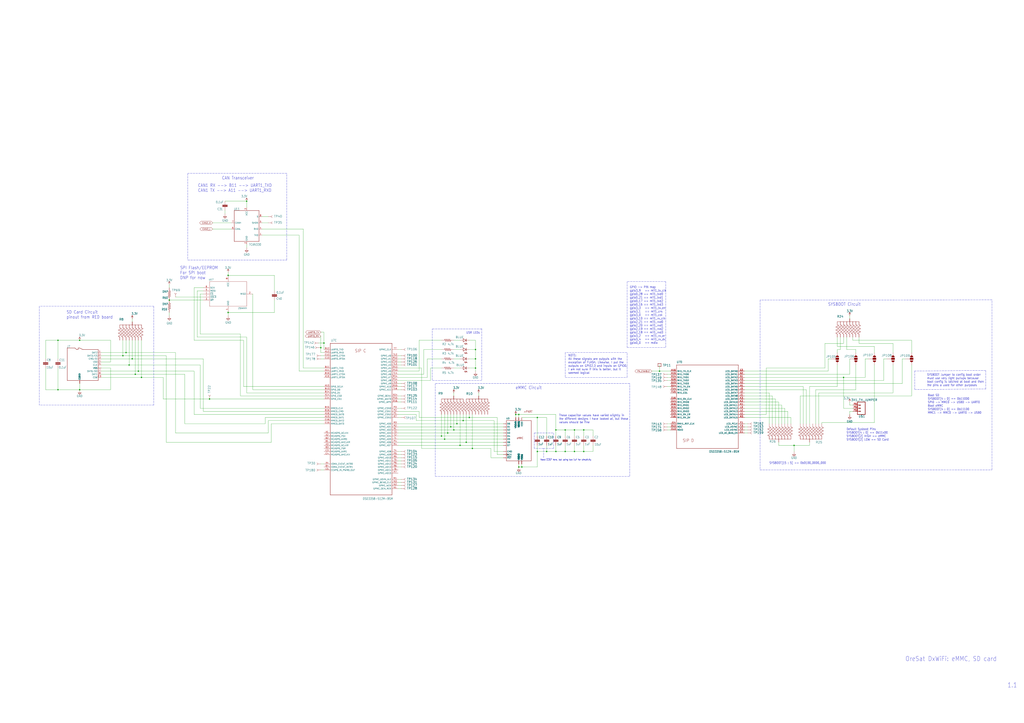
<source format=kicad_sch>
(kicad_sch (version 20210621) (generator eeschema)
  (paper "A1")
  (title_block (date "2021-11-14"))
  (junction (at 479.425 353.314))
  (junction (at 111.125 307.594))
  (junction (at 387.985 368.554))
  (junction (at 139.065 246.634))
  (junction (at 390.525 302.514))
  (junction (at 187.325 226.314))
  (junction (at 479.425 371.094))
  (junction (at 47.625 320.294))
  (junction (at 426.085 340.614))
  (junction (at 464.185 371.094))
  (junction (at 65.405 320.294))
  (junction (at 362.585 358.394))
  (junction (at 100.965 292.354))
  (junction (at 367.665 355.854))
  (junction (at 187.325 256.794))
  (junction (at 423.545 340.614))
  (junction (at 541.655 305.054))
  (junction (at 108.585 294.894))
  (junction (at 652.145 366.014))
  (junction (at 441.325 371.094))
  (junction (at 263.525 285.75))
  (junction (at 471.805 353.314))
  (junction (at 65.405 279.654))
  (junction (at 370.205 350.774))
  (junction (at 692.785 310.134))
  (junction (at 441.325 343.154))
  (junction (at 426.085 383.794))
  (junction (at 113.665 305.054))
  (junction (at 116.205 310.134))
  (junction (at 456.565 353.314))
  (junction (at 390.525 287.274))
  (junction (at 377.825 366.014))
  (junction (at 385.445 343.154))
  (junction (at 390.525 294.894))
  (junction (at 47.625 279.654))
  (junction (at 382.905 363.474))
  (junction (at 266.065 281.94))
  (junction (at 428.625 383.794))
  (junction (at 380.365 345.694))
  (junction (at 372.745 353.314))
  (junction (at 106.045 299.974))
  (junction (at 202.565 165.354))
  (junction (at 464.185 353.314))
  (junction (at 471.805 371.094))
  (junction (at 456.565 371.094))
  (junction (at 103.505 289.814))
  (junction (at 375.285 348.234))
  (junction (at 172.085 327.914))
  (junction (at 448.945 371.094))
  (junction (at 365.125 360.934))
  (wire (pts (xy 327.025 320.294) (xy 329.565 320.294)))
  (wire (pts (xy 385.445 302.514) (xy 390.525 302.514)))
  (wire (pts (xy 329.565 381.254) (xy 327.025 381.254)))
  (wire (pts (xy 167.005 294.894) (xy 167.005 338.074)))
  (wire (pts (xy 390.525 305.054) (xy 390.525 302.514)))
  (wire (pts (xy 611.505 332.994) (xy 641.985 332.994)))
  (wire (pts (xy 262.255 285.75) (xy 263.525 285.75)))
  (wire (pts (xy 631.825 348.234) (xy 631.825 322.834)))
  (wire (pts (xy 487.045 353.314) (xy 487.045 358.394)))
  (wire (pts (xy 639.445 348.234) (xy 639.445 330.454)))
  (wire (pts (xy 327.025 294.894) (xy 329.565 294.894)))
  (wire (pts (xy 202.565 170.434) (xy 202.565 165.354)))
  (wire (pts (xy 611.505 327.914) (xy 636.905 327.914)))
  (wire (pts (xy 669.925 320.294) (xy 669.925 348.234)))
  (wire (pts (xy 327.025 335.534) (xy 329.565 335.534)))
  (wire (pts (xy 351.028 294.894) (xy 362.585 294.894)))
  (wire (pts (xy 687.705 299.974) (xy 687.705 317.754)))
  (wire (pts (xy 664.845 366.014) (xy 664.845 363.474)))
  (wire (pts (xy 695.325 277.114) (xy 695.325 287.274)))
  (wire (pts (xy 700.405 335.534) (xy 692.785 335.534)))
  (wire (pts (xy 100.965 292.354) (xy 83.185 292.354)))
  (polyline (pts (xy 355.092 312.42) (xy 355.092 270.256)))
  (wire (pts (xy 329.565 292.354) (xy 327.025 292.354)))
  (wire (pts (xy 37.465 302.514) (xy 37.465 320.294)))
  (wire (pts (xy 680.085 294.894) (xy 680.085 305.054)))
  (wire (pts (xy 344.17 305.054) (xy 344.17 279.654)))
  (wire (pts (xy 344.17 338.074) (xy 344.17 343.154)))
  (wire (pts (xy 426.085 381.254) (xy 426.085 383.794)))
  (wire (pts (xy 341.884 345.694) (xy 380.365 345.694)))
  (wire (pts (xy 687.705 284.734) (xy 687.705 277.114)))
  (wire (pts (xy 159.385 305.054) (xy 159.385 340.614)))
  (polyline (pts (xy 809.625 304.546) (xy 751.205 304.8)))
  (wire (pts (xy 347.98 287.274) (xy 362.585 287.274)))
  (wire (pts (xy 611.505 305.054) (xy 680.085 305.054)))
  (wire (pts (xy 372.745 279.654) (xy 377.825 279.654)))
  (wire (pts (xy 733.425 322.834) (xy 672.465 322.834)))
  (wire (pts (xy 327.025 348.234) (xy 375.285 348.234)))
  (polyline (pts (xy 814.705 386.08) (xy 814.705 246.38)))
  (wire (pts (xy 164.465 299.974) (xy 164.465 335.534)))
  (wire (pts (xy 611.505 340.614) (xy 629.285 340.614)))
  (wire (pts (xy 327.025 343.154) (xy 329.565 343.154)))
  (wire (pts (xy 687.705 287.274) (xy 690.245 287.274)))
  (polyline (pts (xy 464.185 310.134) (xy 514.985 310.134)))
  (wire (pts (xy 697.865 294.894) (xy 697.865 307.594)))
  (wire (pts (xy 207.645 241.554) (xy 207.645 320.294)))
  (wire (pts (xy 748.665 289.814) (xy 748.665 279.654)))
  (polyline (pts (xy 514.985 310.134) (xy 514.985 289.814)))
  (wire (pts (xy 382.905 363.474) (xy 413.385 363.474)))
  (wire (pts (xy 548.005 317.754) (xy 550.545 317.754)))
  (wire (pts (xy 380.365 340.614) (xy 380.365 345.694)))
  (wire (pts (xy 728.345 294.894) (xy 725.805 294.894)))
  (wire (pts (xy 187.325 226.314) (xy 187.325 223.774)))
  (wire (pts (xy 139.065 256.794) (xy 139.065 259.334)))
  (wire (pts (xy 47.625 279.654) (xy 37.465 279.654)))
  (wire (pts (xy 611.505 348.234) (xy 614.045 348.234)))
  (wire (pts (xy 471.805 358.394) (xy 471.805 353.314)))
  (wire (pts (xy 697.865 259.334) (xy 697.865 261.874)))
  (wire (pts (xy 200.025 279.654) (xy 159.385 279.654)))
  (wire (pts (xy 639.445 363.474) (xy 639.445 366.014)))
  (wire (pts (xy 327.025 312.674) (xy 353.568 312.674)))
  (polyline (pts (xy 126.365 251.714) (xy 32.385 251.714)))
  (polyline (pts (xy 154.305 142.494) (xy 154.305 213.614)))
  (wire (pts (xy 375.285 348.234) (xy 413.385 348.234)))
  (polyline (pts (xy 814.705 246.38) (xy 624.205 246.634)))
  (polyline (pts (xy 446.405 376.174) (xy 446.405 368.554)))
  (wire (pts (xy 327.025 302.514) (xy 346.202 302.514)))
  (wire (pts (xy 692.785 310.134) (xy 710.565 310.134)))
  (wire (pts (xy 687.705 289.814) (xy 687.705 287.274)))
  (wire (pts (xy 390.525 302.514) (xy 390.525 294.894)))
  (wire (pts (xy 113.665 279.654) (xy 113.665 305.054)))
  (wire (pts (xy 372.745 340.614) (xy 372.745 353.314)))
  (wire (pts (xy 245.618 305.054) (xy 266.065 305.054)))
  (wire (pts (xy 718.185 284.734) (xy 718.185 289.814)))
  (wire (pts (xy 327.025 340.614) (xy 341.884 340.614)))
  (wire (pts (xy 83.185 297.434) (xy 90.805 297.434)))
  (wire (pts (xy 47.625 302.514) (xy 47.625 320.294)))
  (wire (pts (xy 266.065 317.754) (xy 200.025 317.754)))
  (wire (pts (xy 341.884 340.614) (xy 341.884 345.694)))
  (wire (pts (xy 327.025 299.974) (xy 329.565 299.974)))
  (wire (pts (xy 448.945 371.094) (xy 441.325 371.094)))
  (wire (pts (xy 413.385 373.634) (xy 408.305 373.634)))
  (wire (pts (xy 111.125 279.654) (xy 111.125 307.594)))
  (wire (pts (xy 108.585 279.654) (xy 108.585 294.894)))
  (wire (pts (xy 47.625 294.894) (xy 47.625 279.654)))
  (wire (pts (xy 652.145 371.094) (xy 652.145 366.014)))
  (wire (pts (xy 189.865 183.134) (xy 174.625 183.134)))
  (wire (pts (xy 372.745 287.274) (xy 377.825 287.274)))
  (wire (pts (xy 636.905 348.234) (xy 636.905 327.914)))
  (wire (pts (xy 202.565 322.834) (xy 202.565 277.114)))
  (polyline (pts (xy 126.365 251.714) (xy 126.365 332.994)))
  (wire (pts (xy 161.925 239.014) (xy 167.005 239.014)))
  (wire (pts (xy 393.065 322.834) (xy 393.065 325.374)))
  (wire (pts (xy 385.445 294.894) (xy 390.525 294.894)))
  (wire (pts (xy 362.585 340.614) (xy 362.585 358.394)))
  (wire (pts (xy 327.025 350.774) (xy 370.205 350.774)))
  (wire (pts (xy 133.985 310.134) (xy 133.985 327.914)))
  (wire (pts (xy 611.505 325.374) (xy 634.365 325.374)))
  (polyline (pts (xy 624.205 386.334) (xy 814.705 386.08)))
  (wire (pts (xy 487.045 366.014) (xy 487.045 371.094)))
  (wire (pts (xy 327.025 315.214) (xy 329.565 315.214)))
  (wire (pts (xy 161.925 277.114) (xy 161.925 239.014)))
  (wire (pts (xy 266.065 345.694) (xy 220.345 345.694)))
  (wire (pts (xy 611.505 335.534) (xy 644.525 335.534)))
  (wire (pts (xy 456.565 353.314) (xy 456.565 340.614)))
  (wire (pts (xy 327.025 393.954) (xy 329.565 393.954)))
  (wire (pts (xy 329.565 297.434) (xy 327.025 297.434)))
  (wire (pts (xy 266.065 343.154) (xy 217.805 343.154)))
  (wire (pts (xy 456.565 371.094) (xy 456.565 366.014)))
  (wire (pts (xy 413.385 366.014) (xy 377.825 366.014)))
  (wire (pts (xy 611.505 307.594) (xy 697.865 307.594)))
  (wire (pts (xy 220.345 345.694) (xy 220.345 355.854)))
  (wire (pts (xy 327.025 307.594) (xy 347.98 307.594)))
  (wire (pts (xy 90.805 279.654) (xy 65.405 279.654)))
  (wire (pts (xy 611.505 315.214) (xy 741.045 315.214)))
  (wire (pts (xy 197.485 325.374) (xy 266.065 325.374)))
  (wire (pts (xy 413.385 353.314) (xy 372.745 353.314)))
  (wire (pts (xy 108.585 294.894) (xy 167.005 294.894)))
  (wire (pts (xy 189.865 188.214) (xy 174.625 188.214)))
  (wire (pts (xy 471.805 371.094) (xy 471.805 366.014)))
  (wire (pts (xy 550.545 305.054) (xy 541.655 305.054)))
  (wire (pts (xy 367.665 340.614) (xy 367.665 355.854)))
  (wire (pts (xy 266.065 294.894) (xy 263.525 294.894)))
  (wire (pts (xy 327.025 287.274) (xy 329.565 287.274)))
  (wire (pts (xy 144.145 355.854) (xy 144.145 289.814)))
  (wire (pts (xy 215.265 183.134) (xy 220.345 183.134)))
  (wire (pts (xy 327.025 373.634) (xy 329.565 373.634)))
  (wire (pts (xy 167.005 241.554) (xy 164.465 241.554)))
  (wire (pts (xy 266.065 292.354) (xy 263.525 292.354)))
  (polyline (pts (xy 154.305 213.614) (xy 235.585 213.614)))
  (wire (pts (xy 327.025 310.134) (xy 351.028 310.134)))
  (polyline (pts (xy 514.985 231.394) (xy 514.985 285.496)))
  (wire (pts (xy 225.425 256.794) (xy 225.425 246.634)))
  (wire (pts (xy 37.465 279.654) (xy 37.465 294.894)))
  (polyline (pts (xy 395.732 270.002) (xy 395.732 312.166)))
  (polyline (pts (xy 454.66 355.854) (xy 454.66 368.554)))
  (wire (pts (xy 548.005 350.774) (xy 550.545 350.774)))
  (wire (pts (xy 327.025 355.854) (xy 367.665 355.854)))
  (wire (pts (xy 382.905 340.614) (xy 382.905 363.474)))
  (wire (pts (xy 327.025 330.454) (xy 329.565 330.454)))
  (wire (pts (xy 164.465 241.554) (xy 164.465 274.574)))
  (wire (pts (xy 133.985 327.914) (xy 172.085 327.914)))
  (wire (pts (xy 164.465 335.534) (xy 266.065 335.534)))
  (wire (pts (xy 387.985 368.554) (xy 403.225 368.554)))
  (wire (pts (xy 387.985 340.614) (xy 387.985 368.554)))
  (wire (pts (xy 263.525 273.05) (xy 266.065 273.05)))
  (wire (pts (xy 106.045 299.974) (xy 164.465 299.974)))
  (wire (pts (xy 456.565 371.094) (xy 448.945 371.094)))
  (wire (pts (xy 225.425 239.014) (xy 225.425 226.314)))
  (wire (pts (xy 471.805 353.314) (xy 479.425 353.314)))
  (wire (pts (xy 187.325 256.794) (xy 225.425 256.794)))
  (wire (pts (xy 448.945 366.014) (xy 448.945 371.094)))
  (wire (pts (xy 611.505 312.674) (xy 725.805 312.674)))
  (wire (pts (xy 172.085 327.914) (xy 266.065 327.914)))
  (wire (pts (xy 702.945 299.974) (xy 702.945 320.294)))
  (wire (pts (xy 697.865 332.994) (xy 697.865 330.454)))
  (wire (pts (xy 611.505 330.454) (xy 639.445 330.454)))
  (wire (pts (xy 377.825 366.014) (xy 327.025 366.014)))
  (wire (pts (xy 662.305 320.294) (xy 662.305 348.234)))
  (wire (pts (xy 37.465 320.294) (xy 47.625 320.294)))
  (wire (pts (xy 611.505 343.154) (xy 649.605 343.154)))
  (wire (pts (xy 266.065 348.234) (xy 222.885 348.234)))
  (polyline (pts (xy 357.505 391.414) (xy 517.144 391.414)))
  (wire (pts (xy 705.485 282.194) (xy 733.425 282.194)))
  (wire (pts (xy 385.445 340.614) (xy 385.445 343.154)))
  (wire (pts (xy 329.565 376.174) (xy 327.025 376.174)))
  (wire (pts (xy 351.028 310.134) (xy 351.028 294.894)))
  (wire (pts (xy 151.765 307.594) (xy 111.125 307.594)))
  (polyline (pts (xy 126.365 332.994) (xy 32.385 332.994)))
  (wire (pts (xy 548.005 310.134) (xy 550.545 310.134)))
  (wire (pts (xy 611.505 350.774) (xy 614.045 350.774)))
  (wire (pts (xy 327.025 383.794) (xy 329.565 383.794)))
  (wire (pts (xy 116.205 279.654) (xy 116.205 310.134)))
  (wire (pts (xy 697.865 338.074) (xy 700.405 338.074)))
  (wire (pts (xy 136.525 363.474) (xy 136.525 292.354)))
  (wire (pts (xy 139.065 236.474) (xy 139.065 233.934)))
  (polyline (pts (xy 514.985 285.496) (xy 546.735 285.496)))
  (wire (pts (xy 448.945 358.394) (xy 448.945 343.154)))
  (wire (pts (xy 441.325 383.794) (xy 428.625 383.794)))
  (wire (pts (xy 456.565 353.314) (xy 464.185 353.314)))
  (polyline (pts (xy 235.585 142.494) (xy 154.305 142.494)))
  (wire (pts (xy 90.805 297.434) (xy 90.805 279.654)))
  (wire (pts (xy 327.025 338.074) (xy 344.17 338.074)))
  (wire (pts (xy 611.505 317.754) (xy 659.765 317.754)))
  (wire (pts (xy 456.565 340.614) (xy 426.085 340.614)))
  (wire (pts (xy 611.505 353.314) (xy 614.045 353.314)))
  (wire (pts (xy 687.705 284.734) (xy 718.185 284.734)))
  (wire (pts (xy 428.625 381.254) (xy 428.625 383.794)))
  (wire (pts (xy 103.505 279.654) (xy 103.505 289.814)))
  (wire (pts (xy 713.105 294.894) (xy 710.565 294.894)))
  (wire (pts (xy 225.425 226.314) (xy 187.325 226.314)))
  (wire (pts (xy 748.665 299.974) (xy 748.665 325.374)))
  (wire (pts (xy 548.005 353.314) (xy 550.545 353.314)))
  (wire (pts (xy 405.765 371.094) (xy 405.765 345.694)))
  (wire (pts (xy 65.405 315.214) (xy 65.405 320.294)))
  (wire (pts (xy 692.785 335.534) (xy 692.785 310.134)))
  (polyline (pts (xy 438.785 355.854) (xy 454.66 355.854)))
  (wire (pts (xy 413.385 371.094) (xy 405.765 371.094)))
  (wire (pts (xy 200.025 317.754) (xy 200.025 279.654)))
  (wire (pts (xy 428.625 383.794) (xy 426.085 383.794)))
  (wire (pts (xy 672.465 322.834) (xy 672.465 348.234)))
  (wire (pts (xy 263.525 386.334) (xy 266.065 386.334)))
  (wire (pts (xy 677.545 302.514) (xy 677.545 282.194)))
  (wire (pts (xy 103.505 289.814) (xy 83.185 289.814)))
  (wire (pts (xy 266.065 281.94) (xy 266.065 287.274)))
  (wire (pts (xy 266.065 273.05) (xy 266.065 281.94)))
  (wire (pts (xy 215.265 178.054) (xy 220.345 178.054)))
  (wire (pts (xy 548.005 348.234) (xy 550.545 348.234)))
  (wire (pts (xy 83.185 299.974) (xy 106.045 299.974)))
  (wire (pts (xy 90.805 302.514) (xy 83.185 302.514)))
  (wire (pts (xy 634.365 348.234) (xy 634.365 325.374)))
  (wire (pts (xy 372.745 294.894) (xy 377.825 294.894)))
  (wire (pts (xy 385.445 343.154) (xy 408.305 343.154)))
  (wire (pts (xy 372.745 322.834) (xy 372.745 325.374)))
  (wire (pts (xy 741.045 294.894) (xy 741.045 315.214)))
  (wire (pts (xy 629.285 302.514) (xy 677.545 302.514)))
  (wire (pts (xy 464.185 353.314) (xy 471.805 353.314)))
  (wire (pts (xy 261.62 281.94) (xy 266.065 281.94)))
  (polyline (pts (xy 454.66 368.554) (xy 446.405 368.554)))
  (wire (pts (xy 217.805 343.154) (xy 217.805 348.234)))
  (wire (pts (xy 83.185 310.134) (xy 116.205 310.134)))
  (polyline (pts (xy 624.205 246.634) (xy 624.205 386.334)))
  (wire (pts (xy 263.525 285.75) (xy 263.525 289.814)))
  (wire (pts (xy 263.525 276.225) (xy 263.525 285.75)))
  (wire (pts (xy 479.425 371.094) (xy 479.425 366.014)))
  (polyline (pts (xy 546.735 285.496) (xy 546.735 231.394)))
  (wire (pts (xy 207.645 320.294) (xy 266.065 320.294)))
  (wire (pts (xy 464.185 371.094) (xy 456.565 371.094)))
  (wire (pts (xy 448.945 343.154) (xy 441.325 343.154)))
  (wire (pts (xy 327.025 401.574) (xy 329.565 401.574)))
  (wire (pts (xy 167.005 338.074) (xy 266.065 338.074)))
  (wire (pts (xy 100.965 279.654) (xy 100.965 292.354)))
  (wire (pts (xy 159.385 279.654) (xy 159.385 236.474)))
  (wire (pts (xy 408.305 343.154) (xy 408.305 373.634)))
  (wire (pts (xy 367.665 355.854) (xy 413.385 355.854)))
  (wire (pts (xy 390.525 294.894) (xy 390.525 287.274)))
  (wire (pts (xy 413.385 360.934) (xy 365.125 360.934)))
  (wire (pts (xy 327.025 396.494) (xy 329.565 396.494)))
  (wire (pts (xy 611.505 310.134) (xy 692.785 310.134)))
  (wire (pts (xy 690.245 287.274) (xy 690.245 277.114)))
  (wire (pts (xy 697.865 338.074) (xy 697.865 340.614)))
  (polyline (pts (xy 809.625 319.786) (xy 809.625 304.546)))
  (wire (pts (xy 245.618 193.294) (xy 245.618 305.054)))
  (wire (pts (xy 222.885 363.474) (xy 136.525 363.474)))
  (wire (pts (xy 464.185 371.094) (xy 464.185 366.014)))
  (wire (pts (xy 375.285 340.614) (xy 375.285 348.234)))
  (wire (pts (xy 65.405 279.654) (xy 47.625 279.654)))
  (wire (pts (xy 641.985 348.234) (xy 641.985 332.994)))
  (wire (pts (xy 222.885 348.234) (xy 222.885 363.474)))
  (wire (pts (xy 725.805 294.894) (xy 725.805 312.674)))
  (wire (pts (xy 347.98 307.594) (xy 347.98 287.274)))
  (wire (pts (xy 202.565 277.114) (xy 161.925 277.114)))
  (wire (pts (xy 403.225 376.174) (xy 403.225 368.554)))
  (wire (pts (xy 263.525 381.254) (xy 266.065 381.254)))
  (wire (pts (xy 266.065 322.834) (xy 202.565 322.834)))
  (polyline (pts (xy 446.405 368.554) (xy 438.785 368.554)))
  (wire (pts (xy 441.325 366.014) (xy 441.325 371.094)))
  (wire (pts (xy 441.325 371.094) (xy 441.325 383.794)))
  (wire (pts (xy 111.125 307.594) (xy 83.185 307.594)))
  (wire (pts (xy 748.665 325.374) (xy 657.225 325.374)))
  (wire (pts (xy 266.065 340.614) (xy 159.385 340.614)))
  (wire (pts (xy 116.205 310.134) (xy 133.985 310.134)))
  (wire (pts (xy 479.425 353.314) (xy 487.045 353.314)))
  (wire (pts (xy 692.785 282.194) (xy 692.785 277.114)))
  (wire (pts (xy 705.485 277.114) (xy 705.485 282.194)))
  (wire (pts (xy 249.174 302.514) (xy 266.065 302.514)))
  (wire (pts (xy 362.585 358.394) (xy 327.025 358.394)))
  (wire (pts (xy 380.365 345.694) (xy 405.765 345.694)))
  (wire (pts (xy 687.705 317.754) (xy 664.845 317.754)))
  (wire (pts (xy 652.145 366.014) (xy 664.845 366.014)))
  (wire (pts (xy 697.865 332.994) (xy 700.405 332.994)))
  (wire (pts (xy 657.225 325.374) (xy 657.225 348.234)))
  (wire (pts (xy 550.545 307.594) (xy 548.005 307.594)))
  (wire (pts (xy 479.425 371.094) (xy 471.805 371.094)))
  (wire (pts (xy 353.568 312.674) (xy 353.568 302.514)))
  (wire (pts (xy 718.185 299.974) (xy 718.185 347.345)))
  (wire (pts (xy 649.605 343.154) (xy 649.605 348.234)))
  (wire (pts (xy 479.425 358.394) (xy 479.425 353.314)))
  (wire (pts (xy 456.565 358.394) (xy 456.565 353.314)))
  (wire (pts (xy 659.765 317.754) (xy 659.765 348.234)))
  (wire (pts (xy 263.525 289.814) (xy 266.065 289.814)))
  (wire (pts (xy 327.025 305.054) (xy 344.17 305.054)))
  (polyline (pts (xy 514.985 289.814) (xy 464.185 289.814)))
  (wire (pts (xy 647.065 348.234) (xy 647.065 338.074)))
  (wire (pts (xy 370.205 350.774) (xy 413.385 350.774)))
  (wire (pts (xy 733.425 282.194) (xy 733.425 289.814)))
  (wire (pts (xy 748.665 279.654) (xy 700.405 279.654)))
  (polyline (pts (xy 355.092 270.256) (xy 395.732 270.256)))
  (wire (pts (xy 413.385 376.174) (xy 403.225 376.174)))
  (wire (pts (xy 377.825 340.614) (xy 377.825 366.014)))
  (wire (pts (xy 113.665 305.054) (xy 159.385 305.054)))
  (wire (pts (xy 639.445 366.014) (xy 652.145 366.014)))
  (wire (pts (xy 108.585 261.874) (xy 108.585 264.414)))
  (wire (pts (xy 184.785 172.974) (xy 184.785 175.514)))
  (wire (pts (xy 167.005 246.634) (xy 139.065 246.634)))
  (wire (pts (xy 541.655 305.054) (xy 535.305 305.054)))
  (wire (pts (xy 327.025 317.754) (xy 329.565 317.754)))
  (polyline (pts (xy 235.585 213.614) (xy 235.585 142.494)))
  (wire (pts (xy 151.765 348.234) (xy 151.765 307.594)))
  (wire (pts (xy 217.805 348.234) (xy 151.765 348.234)))
  (wire (pts (xy 365.125 360.934) (xy 327.025 360.934)))
  (polyline (pts (xy 438.785 368.554) (xy 438.785 355.854)))
  (wire (pts (xy 413.385 358.394) (xy 362.585 358.394)))
  (wire (pts (xy 327.025 399.034) (xy 329.565 399.034)))
  (wire (pts (xy 106.045 279.654) (xy 106.045 299.974)))
  (polyline (pts (xy 517.144 391.414) (xy 517.144 315.214)))
  (wire (pts (xy 710.565 294.894) (xy 710.565 310.134)))
  (wire (pts (xy 144.145 289.814) (xy 103.505 289.814)))
  (wire (pts (xy 197.485 274.574) (xy 197.485 325.374)))
  (wire (pts (xy 184.785 165.354) (xy 202.565 165.354)))
  (wire (pts (xy 90.805 320.294) (xy 90.805 302.514)))
  (wire (pts (xy 677.545 282.194) (xy 692.785 282.194)))
  (wire (pts (xy 344.17 279.654) (xy 362.585 279.654)))
  (wire (pts (xy 675.005 347.345) (xy 675.005 348.234)))
  (wire (pts (xy 611.505 320.294) (xy 662.305 320.294)))
  (wire (pts (xy 718.185 347.345) (xy 675.005 347.345)))
  (wire (pts (xy 611.505 355.854) (xy 614.045 355.854)))
  (wire (pts (xy 327.025 327.914) (xy 329.565 327.914)))
  (wire (pts (xy 487.045 371.094) (xy 479.425 371.094)))
  (wire (pts (xy 187.325 259.334) (xy 187.325 256.794)))
  (polyline (pts (xy 751.205 320.04) (xy 809.625 319.786)))
  (wire (pts (xy 164.465 274.574) (xy 197.485 274.574)))
  (wire (pts (xy 423.545 340.614) (xy 423.545 343.154)))
  (wire (pts (xy 464.185 358.394) (xy 464.185 353.314)))
  (polyline (pts (xy 464.185 289.814) (xy 464.185 310.134)))
  (wire (pts (xy 629.285 340.614) (xy 629.285 302.514)))
  (wire (pts (xy 426.085 343.154) (xy 426.085 340.614)))
  (wire (pts (xy 372.745 353.314) (xy 327.025 353.314)))
  (polyline (pts (xy 32.385 251.714) (xy 32.385 332.994)))
  (wire (pts (xy 471.805 371.094) (xy 464.185 371.094)))
  (wire (pts (xy 428.625 343.154) (xy 441.325 343.154)))
  (wire (pts (xy 541.655 299.974) (xy 541.655 305.054)))
  (wire (pts (xy 83.185 305.054) (xy 113.665 305.054)))
  (wire (pts (xy 327.025 378.714) (xy 329.565 378.714)))
  (wire (pts (xy 159.385 236.474) (xy 167.005 236.474)))
  (wire (pts (xy 702.945 287.274) (xy 695.325 287.274)))
  (wire (pts (xy 441.325 343.154) (xy 441.325 358.394)))
  (polyline (pts (xy 546.735 231.394) (xy 514.985 231.394)))
  (wire (pts (xy 390.525 287.274) (xy 390.525 279.654)))
  (wire (pts (xy 215.265 193.294) (xy 245.618 193.294)))
  (wire (pts (xy 346.202 368.554) (xy 387.985 368.554)))
  (wire (pts (xy 249.174 188.214) (xy 249.174 302.514)))
  (wire (pts (xy 83.185 294.894) (xy 108.585 294.894)))
  (wire (pts (xy 664.845 317.754) (xy 664.845 348.234)))
  (wire (pts (xy 644.525 348.234) (xy 644.525 335.534)))
  (wire (pts (xy 136.525 292.354) (xy 100.965 292.354)))
  (wire (pts (xy 550.545 312.674) (xy 548.005 312.674)))
  (wire (pts (xy 733.425 299.974) (xy 733.425 322.834)))
  (wire (pts (xy 372.745 302.514) (xy 377.825 302.514)))
  (wire (pts (xy 682.625 294.894) (xy 680.085 294.894)))
  (wire (pts (xy 167.005 244.094) (xy 144.145 244.094)))
  (wire (pts (xy 327.025 325.374) (xy 329.565 325.374)))
  (wire (pts (xy 47.625 320.294) (xy 65.405 320.294)))
  (wire (pts (xy 344.17 343.154) (xy 385.445 343.154)))
  (wire (pts (xy 353.568 302.514) (xy 362.585 302.514)))
  (wire (pts (xy 329.565 371.094) (xy 327.025 371.094)))
  (wire (pts (xy 700.405 277.114) (xy 700.405 279.654)))
  (wire (pts (xy 743.585 294.894) (xy 741.045 294.894)))
  (polyline (pts (xy 751.205 304.8) (xy 751.205 320.04)))
  (wire (pts (xy 426.085 340.614) (xy 423.545 340.614)))
  (wire (pts (xy 385.445 287.274) (xy 390.525 287.274)))
  (wire (pts (xy 215.265 188.214) (xy 249.174 188.214)))
  (wire (pts (xy 346.202 302.514) (xy 346.202 368.554)))
  (wire (pts (xy 611.505 338.074) (xy 647.065 338.074)))
  (wire (pts (xy 327.025 363.474) (xy 382.905 363.474)))
  (polyline (pts (xy 517.144 315.214) (xy 357.505 315.214)))
  (wire (pts (xy 385.445 279.654) (xy 390.525 279.654)))
  (wire (pts (xy 702.945 289.814) (xy 702.945 287.274)))
  (polyline (pts (xy 395.732 312.674) (xy 355.092 312.674)))
  (wire (pts (xy 220.345 355.854) (xy 144.145 355.854)))
  (wire (pts (xy 702.945 320.294) (xy 669.925 320.294)))
  (wire (pts (xy 631.825 322.834) (xy 611.505 322.834)))
  (wire (pts (xy 202.565 203.454) (xy 202.565 200.914)))
  (polyline (pts (xy 357.505 315.214) (xy 357.505 391.414)))
  (wire (pts (xy 65.405 320.294) (xy 90.805 320.294)))
  (wire (pts (xy 370.205 340.614) (xy 370.205 350.774)))
  (wire (pts (xy 365.125 340.614) (xy 365.125 360.934)))
  (text "CAN1 RX --> B11 --> UART1_TXD\nCAN1 TX --> A11 --> UART1_RXD" (at 162.56 158.115 0) (effects (font (size 2.54 2.159)) (justify left bottom)))
  (text "SD Card Circuit\npinout from RED board" (at 54.61 262.255 180) (effects (font (size 2.54 2.159)) (justify left bottom)))
  (text "NOTE:\nAll these signals are outputs with the\nexception of FLASH. Likewise, I put the\noutputs on GPIO2,3 and inputs on GPIO0.\nI am not sure if this is better, but it\nseemed logical" (at 466.725 307.594 0) (effects (font (size 1.778 1.5113)) (justify left bottom)))
  (text "SPI Flash/EEPROM\nFor SPI boot\nDNP for now" (at 147.955 229.87 180) (effects (font (size 2.54 2.159)) (justify left bottom)))
  (text "SYSBOOT Circuit" (at 680.085 251.714 180) (effects (font (size 2.54 2.159)) (justify left bottom)))
  (text "OreSat DxWiFi: eMMC, SD card" (at 743.585 543.814 180) (effects (font (size 3.81 3.2385)) (justify left bottom)))
  (text "Default Sysboot Pins\nSYSBOOT[4 : 0] == 0b11x00\nSYSBOOT[2] HIGH == eMMC\nSYSBOOT[2] LOW == SD Card" (at 695.198 362.458 0) (effects (font (size 1.778 1.5113)) (justify left bottom)))
  (text "These capacitor values have varied slightly in\nthe different designs I have looked at, but these\nvalues should be fine" (at 459.105 348.234 0) (effects (font (size 1.778 1.5113)) (justify left bottom)))
  (text "SYSBOOT[15 : 5] == 0b0100_0000_000" (at 631.825 381.635 180) (effects (font (size 1.778 1.5113)) (justify left bottom)))
  (text "Boot SD\nSYSBOOT[4 : 0] == 0b11000\nSPI0 -> MMC0 -> USB0 -> UART0\nBoot eMMC\nSYSBOOT[4 : 0] == 0b11100\nMMC1 -> MMC0 -> UART0 -> USB0" (at 762 340.36 0) (effects (font (size 1.778 1.5113)) (justify left bottom)))
  (text "GPIO -> PIN map\ngpio3_9   == mii1_tx_clk\ngpio0_28 == mii1_txd0\ngpio0_21 == mii1_txd1\ngpio0_17 == mii1_txd2\ngpio0_16 == mii1_txd3\ngpio3_3   == mii1_tx_en\ngpio3_1   == mii1_crs\ngpio3_0   == mii1_col\ngpio3_10 == mii1_rx_clk\ngpio2_21 == mii1_rxd0\ngpio2_20 == mii1_rxd1\ngpio2_19 == mii1_rxd2\ngpio2_18 == mii1_rxd3\ngpio3_2   == mii1_rx_er\ngpio3_4   == mii1_rx_dv\ngpio0_0   == mdio" (at 517.271 282.956 0) (effects (font (size 1.778 1.5113)) (justify left bottom)))
  (text "USR LEDs" (at 382.905 274.574 180) (effects (font (size 1.778 1.5113)) (justify left bottom)))
  (text "SYSBOOT Jumper to config boot order\nmust use very light pullups because\nboot config is latched at boot and then\nthe pins a used for other purposes" (at 761.365 317.754 0) (effects (font (size 1.778 1.5113)) (justify left bottom)))
  (text "Need ~{2.2uF} here, but using two 1uF for simplicity" (at 443.865 378.714 0) (effects (font (size 1.27 1.0795)) (justify left bottom)))
  (text "1.1" (at 827.405 565.404 180) (effects (font (size 3.81 3.2385)) (justify left bottom)))
  (text "CAN Transceiver" (at 182.245 147.955 180) (effects (font (size 2.54 2.159)) (justify left bottom)))
  (text "eMMC Circuit" (at 423.545 320.294 180) (effects (font (size 2.54 2.159)) (justify left bottom)))
  (global_label "CAN2_H" (shape bidirectional) (at 174.625 183.134 180) (property "Intersheet References" "${INTERSHEET_REFS}" (effects hide)))
  (global_label "CAN2_L" (shape bidirectional) (at 174.625 188.214 180) (property "Intersheet References" "${INTERSHEET_REFS}" (effects hide)))
  (global_label "UART0_TX" (shape bidirectional) (at 263.525 273.05 180) (property "Intersheet References" "${INTERSHEET_REFS}" (effects hide)))
  (global_label "UART0_RX" (shape bidirectional) (at 263.525 276.225 180) (property "Intersheet References" "${INTERSHEET_REFS}" (effects hide)))
  (global_label "PA_ENABLE" (shape bidirectional) (at 535.305 305.054 180) (property "Intersheet References" "${INTERSHEET_REFS}" (effects hide)))
  (symbol (lib_id "oresat-live-card-eagle-import:OSD3358-512M-BSM") (at 581.025 332.994 0) (unit 4)
    (property "Reference" "U7" (at 555.625 296.545 0) (effects (font (size 1.778 1.5113)) (justify left top)))
    (property "Value" "OSD3358-512M-BSM" (at 582.295 372.11 0) (effects (font (size 1.778 1.5113)) (justify left bottom)))
    (property "Footprint" "OSD335X-BGA-256" (effects hide))
  )
  (symbol (lib_id "oresat-live-card-eagle-import:TEST-POINT3X4") (at 263.525 386.334 180) (unit 1)
    (property "Reference" "TP180" (at 259.08 385.445 0) (effects (font (size 1.778 1.778)) (justify left bottom)))
    (property "Value" "TEST-POINT3X4" (effects hide))
    (property "Footprint" "PAD.03X.04" (effects hide))
  )
  (symbol (lib_id "oresat-live-card-eagle-import:TEST-POINT3X4") (at 329.565 399.034 0) (unit 1)
    (property "Reference" "TP127" (at 334.137 399.796 0) (effects (font (size 1.778 1.778)) (justify left bottom)))
    (property "Value" "TEST-POINT3X4" (effects hide))
    (property "Footprint" "PAD.03X.04" (effects hide))
  )
  (symbol (lib_id "oresat-live-card-eagle-import:TEST-POINT3X4") (at 144.145 244.094 90) (unit 1)
    (property "Reference" "TP69" (at 147.955 237.49 90) (effects (font (size 1.778 1.778)) (justify left bottom)))
    (property "Value" "TEST-POINT3X4" (effects hide))
    (property "Footprint" "PAD.03X.04" (effects hide))
  )
  (symbol (lib_id "oresat-live-card-eagle-import:C-EU0805-B") (at 37.465 297.434 0) (unit 1)
    (property "Reference" "C8" (at 38.481 296.799 0) (effects (font (size 1.778 1.5113)) (justify left bottom)))
    (property "Value" "10uF" (at 38.1 302.895 0) (effects (font (size 1.778 1.5113)) (justify left bottom)))
    (property "Footprint" ".0805-B" (effects hide))
  )
  (symbol (lib_id "oresat-live-card-eagle-import:3.3V") (at 423.545 338.074 0) (unit 1)
    (property "Reference" "#3V-17" (effects hide))
    (property "Value" "3.3V" (at 422.91 337.439 0) (effects (font (size 1.778 1.5113)) (justify left bottom)))
  )
  (symbol (lib_id "oresat-live-card-eagle-import:3.3V") (at 372.745 320.294 0) (unit 1)
    (property "Reference" "#3V-11" (effects hide))
    (property "Value" "3.3V" (at 372.11 319.659 0) (effects (font (size 1.778 1.5113)) (justify left bottom)))
  )
  (symbol (lib_id "oresat-live-card-eagle-import:TEST-POINT3X4") (at 220.345 178.054 0) (unit 1)
    (property "Reference" "TP40" (at 224.917 178.816 0) (effects (font (size 1.778 1.778)) (justify left bottom)))
    (property "Value" "TEST-POINT3X4" (effects hide))
    (property "Footprint" "PAD.03X.04" (effects hide))
  )
  (symbol (lib_id "oresat-live-card-eagle-import:C-EU0603-A") (at 464.185 360.934 0) (unit 1)
    (property "Reference" "C6" (at 465.201 360.299 0) (effects (font (size 1.778 1.5113)) (justify left bottom)))
    (property "Value" "1uF" (at 465.074 366.014 0) (effects (font (size 1.778 1.5113)) (justify left bottom)))
    (property "Footprint" ".0603-A" (effects hide))
  )
  (symbol (lib_id "oresat-live-card-eagle-import:TEST-POINT3X4") (at 329.565 373.634 0) (unit 1)
    (property "Reference" "TP123" (at 334.137 374.396 0) (effects (font (size 1.778 1.778)) (justify left bottom)))
    (property "Value" "TEST-POINT3X4" (effects hide))
    (property "Footprint" "PAD.03X.04" (effects hide))
  )
  (symbol (lib_id "oresat-live-card-eagle-import:3.3V") (at 108.585 259.334 0) (unit 1)
    (property "Reference" "#3V-4" (effects hide))
    (property "Value" "3.3V" (at 107.95 258.699 0) (effects (font (size 1.778 1.5113)) (justify left bottom)))
  )
  (symbol (lib_id "oresat-live-card-eagle-import:OSD3358-512M-BSM") (at 296.545 343.154 0) (unit 3)
    (property "Reference" "U7" (at 271.78 278.765 0) (effects (font (size 1.778 1.5113)) (justify left top)))
    (property "Value" "OSD3358-512M-BSM" (at 297.815 410.845 0) (effects (font (size 1.778 1.5113)) (justify left bottom)))
    (property "Footprint" "OSD335X-BGA-256" (effects hide))
  )
  (symbol (lib_id "oresat-live-card-eagle-import:JUMPER-SMT_3_1-NC_TRACE_SILK") (at 733.425 294.894 0) (mirror x) (unit 1)
    (property "Reference" "JP108" (at 723.9 291.084 0) (effects (font (size 1.778 1.778)) (justify left bottom)))
    (property "Value" "JUMPER-SMT_3_1-NC_TRACE_SILK" (effects hide))
    (property "Footprint" "SMT-JUMPER_3_1-NC_TRACE_SILK" (effects hide))
  )
  (symbol (lib_id "oresat-live-card-eagle-import:TEST-POINT3X4") (at 329.565 299.974 0) (unit 1)
    (property "Reference" "TP101" (at 334.137 300.736 0) (effects (font (size 1.778 1.778)) (justify left bottom)))
    (property "Value" "TEST-POINT3X4" (effects hide))
    (property "Footprint" "PAD.03X.04" (effects hide))
  )
  (symbol (lib_id "oresat-live-card-eagle-import:TEST-POINT3X4") (at 329.565 335.534 0) (unit 1)
    (property "Reference" "TP122" (at 334.137 336.296 0) (effects (font (size 1.778 1.778)) (justify left bottom)))
    (property "Value" "TEST-POINT3X4" (effects hide))
    (property "Footprint" "PAD.03X.04" (effects hide))
  )
  (symbol (lib_id "oresat-live-card-eagle-import:JUMPER-SMT_3_1-NC_TRACE_SILK") (at 748.665 294.894 0) (mirror x) (unit 1)
    (property "Reference" "JP109" (at 738.886 291.338 0) (effects (font (size 1.778 1.778)) (justify left bottom)))
    (property "Value" "JUMPER-SMT_3_1-NC_TRACE_SILK" (effects hide))
    (property "Footprint" "SMT-JUMPER_3_1-NC_TRACE_SILK" (effects hide))
  )
  (symbol (lib_id "oresat-live-card-eagle-import:LED-BLUE0603") (at 380.365 294.894 90) (unit 1)
    (property "Reference" "D4" (effects hide))
    (property "Value" "BLUE" (at 381 293.37 90) (effects (font (size 1.778 1.778)) (justify left top)))
    (property "Footprint" "LED-0603" (effects hide))
  )
  (symbol (lib_id "oresat-live-card-eagle-import:TEST-POINT3X4") (at 261.62 281.94 180) (unit 1)
    (property "Reference" "TP142" (at 257.81 280.67 0) (effects (font (size 1.7 1.7)) (justify left bottom)))
    (property "Value" "TEST-POINT3X4" (effects hide))
    (property "Footprint" "PAD.03X.04" (effects hide))
  )
  (symbol (lib_id "oresat-live-card-eagle-import:EXB-A10P391JC_ARRAY_EXBA-M") (at 362.585 327.914 90) (unit 1)
    (property "Reference" "R9" (at 359.918 324.358 90) (effects (font (size 1.778 1.778)) (justify right top)))
    (property "Value" "10K" (at 359.918 327.152 90) (effects (font (size 1.778 1.778)) (justify right top)))
    (property "Footprint" "ARRAY_EXBA-M" (effects hide))
    (property "Value" "EXB-A10P103J" (effects hide))
  )
  (symbol (lib_id "oresat-live-card-eagle-import:TEST-POINT3X4") (at 329.565 378.714 0) (unit 1)
    (property "Reference" "TP105" (at 334.137 379.476 0) (effects (font (size 1.778 1.778)) (justify left bottom)))
    (property "Value" "TEST-POINT3X4" (effects hide))
    (property "Footprint" "PAD.03X.04" (effects hide))
  )
  (symbol (lib_id "oresat-live-card-eagle-import:GND") (at 139.065 261.874 0) (mirror y) (unit 1)
    (property "Reference" "#GND53" (effects hide))
    (property "Value" "GND" (at 141.605 266.7 0) (effects (font (size 1.778 1.5113)) (justify left bottom)))
  )
  (symbol (lib_id "oresat-live-card-eagle-import:TEST-POINT3X4") (at 329.565 383.794 0) (unit 1)
    (property "Reference" "TP120" (at 334.137 384.556 0) (effects (font (size 1.778 1.778)) (justify left bottom)))
    (property "Value" "TEST-POINT3X4" (effects hide))
    (property "Footprint" "PAD.03X.04" (effects hide))
  )
  (symbol (lib_id "oresat-live-card-eagle-import:3.3V") (at 697.865 327.914 0) (unit 1)
    (property "Reference" "#3V-6" (effects hide))
    (property "Value" "3.3V" (at 695.325 328.295 0) (effects (font (size 1.778 1.5113)) (justify bottom)))
  )
  (symbol (lib_id "oresat-live-card-eagle-import:TEST-POINT3X4") (at 329.565 297.434 0) (unit 1)
    (property "Reference" "TP126" (at 334.137 298.196 0) (effects (font (size 1.778 1.778)) (justify left bottom)))
    (property "Value" "TEST-POINT3X4" (effects hide))
    (property "Footprint" "PAD.03X.04" (effects hide))
  )
  (symbol (lib_id "oresat-live-card-eagle-import:3.3V") (at 393.065 320.294 0) (unit 1)
    (property "Reference" "#3V-15" (effects hide))
    (property "Value" "3.3V" (at 392.43 319.659 0) (effects (font (size 1.778 1.5113)) (justify left bottom)))
  )
  (symbol (lib_id "oresat-live-card-eagle-import:C-EU0603-A") (at 441.325 360.934 0) (unit 1)
    (property "Reference" "C12" (at 442.341 360.299 0) (effects (font (size 1.778 1.5113)) (justify left bottom)))
    (property "Value" "1uF" (at 441.96 366.014 0) (effects (font (size 1.778 1.5113)) (justify left bottom)))
    (property "Footprint" ".0603-A" (effects hide))
  )
  (symbol (lib_id "oresat-live-card-eagle-import:GND") (at 65.405 322.834 0) (mirror y) (unit 1)
    (property "Reference" "#GND30" (effects hide))
    (property "Value" "GND" (at 65.405 324.485 0) (effects (font (size 1.778 1.5113)) (justify top)))
  )
  (symbol (lib_id "oresat-live-card-eagle-import:R-US_0603-A") (at 139.065 241.554 270) (unit 1)
    (property "Reference" "R60" (at 133.35 245.745 90) (effects (font (size 1.778 1.5113)) (justify left bottom)))
    (property "Value" "DNP" (at 133.35 240.665 90) (effects (font (size 1.778 1.5113)) (justify left bottom)))
    (property "Footprint" ".0603-A" (effects hide))
  )
  (symbol (lib_id "oresat-live-card-eagle-import:LED-BLUE0603") (at 380.365 279.654 90) (unit 1)
    (property "Reference" "D2" (effects hide))
    (property "Value" "BLUE" (at 381 278.13 90) (effects (font (size 1.778 1.778)) (justify left top)))
    (property "Footprint" "LED-0603" (effects hide))
  )
  (symbol (lib_id "oresat-live-card-eagle-import:3.3V") (at 187.325 221.234 0) (mirror y) (unit 1)
    (property "Reference" "#3V-27" (effects hide))
    (property "Value" "3.3V" (at 189.865 220.98 0) (effects (font (size 1.778 1.5113)) (justify left bottom)))
  )
  (symbol (lib_id "oresat-live-card-eagle-import:TEST-POINT3X4") (at 548.005 348.234 180) (unit 1)
    (property "Reference" "TP143" (at 543.433 347.472 0) (effects (font (size 1.778 1.778)) (justify left bottom)))
    (property "Value" "TEST-POINT3X4" (effects hide))
    (property "Footprint" "PAD.03X.04" (effects hide))
  )
  (symbol (lib_id "oresat-live-card-eagle-import:TEST-POINT3X4") (at 329.565 327.914 0) (unit 1)
    (property "Reference" "TP114" (at 334.137 328.676 0) (effects (font (size 1.778 1.778)) (justify left bottom)))
    (property "Value" "TEST-POINT3X4" (effects hide))
    (property "Footprint" "PAD.03X.04" (effects hide))
  )
  (symbol (lib_id "oresat-live-card-eagle-import:EMMC+RESET+5.1-COMPATIBLE-BA") (at 426.085 360.934 0) (mirror y) (unit 1)
    (property "Reference" "U3" (at 417.068 343.916 0))
    (property "Value" "THGBMJG7C2LBAU8" (at 423.418 382.27 0) (effects (font (size 1.778 1.5113)) (justify left bottom)))
    (property "Footprint" "BGA-153(11.5X13)(EMMC-BA)" (effects hide))
    (property "Value" "THGBMJG7C2LBAU8" (effects hide))
  )
  (symbol (lib_id "oresat-live-card-eagle-import:C-EU0603-A") (at 184.785 170.434 0) (mirror x) (unit 1)
    (property "Reference" "C31" (at 178.435 170.815 0) (effects (font (size 1.778 1.5113)) (justify left bottom)))
    (property "Value" "0.1uF" (at 177.165 165.1 0) (effects (font (size 1.778 1.5113)) (justify left bottom)))
    (property "Footprint" ".0603-A" (effects hide))
  )
  (symbol (lib_id "oresat-live-card-eagle-import:3.3V") (at 697.865 256.794 0) (unit 1)
    (property "Reference" "#3V-23" (effects hide))
    (property "Value" "3.3V" (at 697.865 256.54 0) (effects (font (size 1.778 1.5113)) (justify bottom)))
  )
  (symbol (lib_id "oresat-live-card-eagle-import:TEST-POINT3X4") (at 614.045 355.854 0) (unit 1)
    (property "Reference" "TP159" (at 618.617 356.616 0) (effects (font (size 1.778 1.778)) (justify left bottom)))
    (property "Value" "TEST-POINT3X4" (effects hide))
    (property "Footprint" "PAD.03X.04" (effects hide))
  )
  (symbol (lib_id "oresat-live-card-eagle-import:3.3V") (at 202.565 162.814 0) (mirror y) (unit 1)
    (property "Reference" "#3V-5" (effects hide))
    (property "Value" "3.3V" (at 203.2 162.179 0) (effects (font (size 1.778 1.5113)) (justify left bottom)))
  )
  (symbol (lib_id "oresat-live-card-eagle-import:GND") (at 390.525 307.594 0) (unit 1)
    (property "Reference" "#GND41" (effects hide))
    (property "Value" "GND" (at 390.525 309.245 0) (effects (font (size 1.778 1.5113)) (justify top)))
  )
  (symbol (lib_id "oresat-live-card-eagle-import:EXB-A10P391JC_ARRAY_EXBA-M") (at 675.005 360.934 270) (unit 1)
    (property "Reference" "R25" (at 669.925 364.49 90) (effects (font (size 1.778 1.778)) (justify left bottom)))
    (property "Value" "100K" (at 669.925 367.03 90) (effects (font (size 1.778 1.778)) (justify left bottom)))
    (property "Footprint" "ARRAY_EXBA-M" (effects hide))
    (property "Value" "EXB-A10P104J" (effects hide))
  )
  (symbol (lib_id "oresat-live-card-eagle-import:TEST-POINT3X4") (at 329.565 376.174 0) (unit 1)
    (property "Reference" "TP115" (at 334.137 376.936 0) (effects (font (size 1.778 1.778)) (justify left bottom)))
    (property "Value" "TEST-POINT3X4" (effects hide))
    (property "Footprint" "PAD.03X.04" (effects hide))
  )
  (symbol (lib_id "oresat-live-card-eagle-import:25AAXX") (at 187.325 241.554 0) (unit 1)
    (property "Reference" "U17" (at 171.45 230.505 0) (effects (justify left bottom)))
    (property "Value" "25AAXX" (at 195.58 254 0) (effects (justify left bottom)))
    (property "Footprint" "SOIC8" (effects hide))
  )
  (symbol (lib_id "oresat-live-card-eagle-import:3.3V") (at 65.405 277.114 0) (unit 1)
    (property "Reference" "#3V-3" (effects hide))
    (property "Value" "3.3V" (at 64.77 276.479 0) (effects (font (size 1.778 1.5113)) (justify left bottom)))
  )
  (symbol (lib_id "oresat-live-card-eagle-import:EXB-A10P391JC_ARRAY_EXBA-M") (at 382.905 327.914 90) (unit 1)
    (property "Reference" "R10" (at 382.778 324.612 90) (effects (font (size 1.778 1.778)) (justify right top)))
    (property "Value" "10K" (at 382.778 327.66 90) (effects (font (size 1.778 1.778)) (justify right top)))
    (property "Footprint" "ARRAY_EXBA-M" (effects hide))
    (property "Value" "EXB-A10P103J" (effects hide))
  )
  (symbol (lib_id "oresat-live-card-eagle-import:TEST-POINT3X4") (at 548.005 353.314 180) (unit 1)
    (property "Reference" "TP158" (at 543.433 352.552 0) (effects (font (size 1.778 1.778)) (justify left bottom)))
    (property "Value" "TEST-POINT3X4" (effects hide))
    (property "Footprint" "PAD.03X.04" (effects hide))
  )
  (symbol (lib_id "oresat-live-card-eagle-import:LED-BLUE0603") (at 380.365 287.274 90) (unit 1)
    (property "Reference" "D3" (effects hide))
    (property "Value" "BLUE" (at 381 285.75 90) (effects (font (size 1.778 1.778)) (justify left top)))
    (property "Footprint" "LED-0603" (effects hide))
  )
  (symbol (lib_id "oresat-live-card-eagle-import:GND") (at 202.565 205.994 0) (mirror y) (unit 1)
    (property "Reference" "#GND32" (effects hide))
    (property "Value" "GND" (at 205.105 210.185 0) (effects (font (size 1.778 1.5113)) (justify left bottom)))
  )
  (symbol (lib_id "oresat-live-card-eagle-import:TEST-POINT3X4") (at 329.565 396.494 0) (unit 1)
    (property "Reference" "TP131" (at 334.137 397.256 0) (effects (font (size 1.778 1.778)) (justify left bottom)))
    (property "Value" "TEST-POINT3X4" (effects hide))
    (property "Footprint" "PAD.03X.04" (effects hide))
  )
  (symbol (lib_id "oresat-live-card-eagle-import:LED-BLUE0603") (at 380.365 302.514 90) (unit 1)
    (property "Reference" "D5" (effects hide))
    (property "Value" "BLUE" (at 381.635 300.99 90) (effects (font (size 1.778 1.778)) (justify left top)))
    (property "Footprint" "LED-0603" (effects hide))
  )
  (symbol (lib_id "oresat-live-card-eagle-import:TEST-POINT3X4") (at 329.565 325.374 0) (unit 1)
    (property "Reference" "TP125" (at 334.137 326.136 0) (effects (font (size 1.778 1.778)) (justify left bottom)))
    (property "Value" "TEST-POINT3X4" (effects hide))
    (property "Footprint" "PAD.03X.04" (effects hide))
  )
  (symbol (lib_id "oresat-live-card-eagle-import:EXB-A10P391JC_ARRAY_EXBA-M") (at 687.705 264.414 90) (unit 1)
    (property "Reference" "R24" (at 687.324 261.112 90) (effects (font (size 1.778 1.778)) (justify right top)))
    (property "Value" "100K" (at 687.324 263.906 90) (effects (font (size 1.778 1.778)) (justify right top)))
    (property "Footprint" "ARRAY_EXBA-M" (effects hide))
    (property "Value" "EXB-A10P104J" (effects hide))
  )
  (symbol (lib_id "oresat-live-card-eagle-import:R-US_0603-A") (at 367.665 287.274 0) (unit 1)
    (property "Reference" "R3" (at 363.22 291.465 0) (effects (font (size 1.778 1.5113)) (justify left bottom)))
    (property "Value" "4.7k" (at 367.665 291.465 0) (effects (font (size 1.778 1.5113)) (justify left bottom)))
    (property "Footprint" ".0603-A" (effects hide))
  )
  (symbol (lib_id "oresat-live-card-eagle-import:GND") (at 652.145 373.634 0) (unit 1)
    (property "Reference" "#GND51" (effects hide))
    (property "Value" "GND" (at 652.145 375.285 0) (effects (font (size 1.778 1.5113)) (justify top)))
  )
  (symbol (lib_id "oresat-live-card-eagle-import:TEST-POINT3X4") (at 548.005 307.594 180) (unit 1)
    (property "Reference" "TP137" (at 543.433 306.832 0) (effects (font (size 1.778 1.778)) (justify left bottom)))
    (property "Value" "TEST-POINT3X4" (effects hide))
    (property "Footprint" "PAD.03X.04" (effects hide))
  )
  (symbol (lib_id "oresat-live-card-eagle-import:EXB-A10P391JC_ARRAY_EXBA-M") (at 649.605 360.934 270) (unit 1)
    (property "Reference" "R26" (at 631.825 363.855 90) (effects (font (size 1.778 1.778)) (justify left bottom)))
    (property "Value" "100K" (at 631.825 367.03 90) (effects (font (size 1.778 1.778)) (justify left bottom)))
    (property "Footprint" "ARRAY_EXBA-M" (effects hide))
    (property "Value" "EXB-A10P104J" (effects hide))
  )
  (symbol (lib_id "oresat-live-card-eagle-import:R-US_0603-A") (at 367.665 294.894 0) (unit 1)
    (property "Reference" "R4" (at 363.22 299.085 0) (effects (font (size 1.778 1.5113)) (justify left bottom)))
    (property "Value" "4.7k" (at 368.3 299.085 0) (effects (font (size 1.778 1.5113)) (justify left bottom)))
    (property "Footprint" ".0603-A" (effects hide))
  )
  (symbol (lib_id "oresat-live-card-eagle-import:TCAN330") (at 202.565 185.674 0) (mirror y) (unit 1)
    (property "Reference" "U11" (at 196.85 172.72 0) (effects (font (size 1.778 1.5113)) (justify left bottom)))
    (property "Value" "TCAN330" (at 214.63 201.93 0) (effects (font (size 1.778 1.5113)) (justify left bottom)))
    (property "Footprint" "SOT23-8_TI-DCN" (effects hide))
  )
  (symbol (lib_id "oresat-live-card-eagle-import:TEST-POINT3X4") (at 548.005 312.674 180) (unit 1)
    (property "Reference" "TP135" (at 543.433 311.912 0) (effects (font (size 1.778 1.778)) (justify left bottom)))
    (property "Value" "TEST-POINT3X4" (effects hide))
    (property "Footprint" "PAD.03X.04" (effects hide))
  )
  (symbol (lib_id "oresat-live-card-eagle-import:GND") (at 184.785 178.054 0) (mirror y) (unit 1)
    (property "Reference" "#GND31" (effects hide))
    (property "Value" "GND" (at 187.325 182.245 0) (effects (font (size 1.778 1.5113)) (justify left bottom)))
  )
  (symbol (lib_id "oresat-live-card-eagle-import:TEST-POINT3X4") (at 329.565 393.954 0) (unit 1)
    (property "Reference" "TP134" (at 334.137 394.716 0) (effects (font (size 1.778 1.778)) (justify left bottom)))
    (property "Value" "TEST-POINT3X4" (effects hide))
    (property "Footprint" "PAD.03X.04" (effects hide))
  )
  (symbol (lib_id "oresat-live-card-eagle-import:JUMPER-SMT_3_1-NC_TRACE_SILK") (at 702.945 294.894 0) (unit 1)
    (property "Reference" "JP106" (at 693.166 293.878 0) (effects (font (size 1.778 1.778)) (justify left bottom)))
    (property "Value" "JUMPER-SMT_3_1-NC_TRACE_SILK" (effects hide))
    (property "Footprint" "SMT-JUMPER_3_1-NC_TRACE_SILK" (effects hide))
  )
  (symbol (lib_id "oresat-live-card-eagle-import:TEST-POINT3X4") (at 329.565 315.214 0) (unit 1)
    (property "Reference" "TP108" (at 334.137 315.976 0) (effects (font (size 1.778 1.778)) (justify left bottom)))
    (property "Value" "TEST-POINT3X4" (effects hide))
    (property "Footprint" "PAD.03X.04" (effects hide))
  )
  (symbol (lib_id "oresat-live-card-eagle-import:TEST-POINT3X4") (at 172.085 327.914 90) (unit 1)
    (property "Reference" "TP22" (at 172.847 323.342 0) (effects (font (size 1.778 1.778)) (justify left bottom)))
    (property "Value" "TEST-POINT3X4" (effects hide))
    (property "Footprint" "PAD.03X.04" (effects hide))
  )
  (symbol (lib_id "oresat-live-card-eagle-import:JUMPER-SMT_3_1-NC_TRACE_SILK") (at 687.705 294.894 0) (unit 1)
    (property "Reference" "JP105" (at 678.18 294.132 0) (effects (font (size 1.778 1.778)) (justify left bottom)))
    (property "Value" "JUMPER-SMT_3_1-NC_TRACE_SILK" (effects hide))
    (property "Footprint" "SMT-JUMPER_3_1-NC_TRACE_SILK" (effects hide))
  )
  (symbol (lib_id "oresat-live-card-eagle-import:TEST-POINT3X4") (at 548.005 350.774 180) (unit 1)
    (property "Reference" "TP174" (at 543.433 350.012 0) (effects (font (size 1.778 1.778)) (justify left bottom)))
    (property "Value" "TEST-POINT3X4" (effects hide))
    (property "Footprint" "PAD.03X.04" (effects hide))
  )
  (symbol (lib_id "oresat-live-card-eagle-import:C-EU0603-A") (at 448.945 360.934 0) (unit 1)
    (property "Reference" "C10" (at 449.961 360.299 0) (effects (font (size 1.778 1.5113)) (justify left bottom)))
    (property "Value" "1uF" (at 449.834 366.014 0) (effects (font (size 1.778 1.5113)) (justify left bottom)))
    (property "Footprint" ".0603-A" (effects hide))
  )
  (symbol (lib_id "oresat-live-card-eagle-import:TEST-POINT3X4") (at 329.565 292.354 0) (unit 1)
    (property "Reference" "TP100" (at 334.137 293.116 0) (effects (font (size 1.778 1.778)) (justify left bottom)))
    (property "Value" "TEST-POINT3X4" (effects hide))
    (property "Footprint" "PAD.03X.04" (effects hide))
  )
  (symbol (lib_id "oresat-live-card-eagle-import:TEST-POINT3X4") (at 262.255 285.75 180) (unit 1)
    (property "Reference" "TP146" (at 258.445 284.48 0) (effects (font (size 1.7 1.7)) (justify left bottom)))
    (property "Value" "TEST-POINT3X4" (effects hide))
    (property "Footprint" "PAD.03X.04" (effects hide))
  )
  (symbol (lib_id "oresat-live-card-eagle-import:TEST-POINT3X4") (at 548.005 310.134 180) (unit 1)
    (property "Reference" "TP149" (at 543.433 309.372 0) (effects (font (size 1.778 1.778)) (justify left bottom)))
    (property "Value" "TEST-POINT3X4" (effects hide))
    (property "Footprint" "PAD.03X.04" (effects hide))
  )
  (symbol (lib_id "oresat-live-card-eagle-import:EXB-A10P391JC_ARRAY_EXBA-M") (at 98.425 266.954 90) (unit 1)
    (property "Reference" "R8" (at 97.79 263.525 90) (effects (font (size 1.778 1.778)) (justify right top)))
    (property "Value" "10k" (at 97.79 266.7 90) (effects (font (size 1.778 1.778)) (justify right top)))
    (property "Footprint" "ARRAY_EXBA-M" (effects hide))
    (property "Value" "10K" (effects hide))
  )
  (symbol (lib_id "oresat-live-card-eagle-import:R-US_0603-A") (at 367.665 279.654 0) (unit 1)
    (property "Reference" "R2" (at 363.22 283.845 0) (effects (font (size 1.778 1.5113)) (justify left bottom)))
    (property "Value" "4.7k" (at 367.665 283.845 0) (effects (font (size 1.778 1.5113)) (justify left bottom)))
    (property "Footprint" ".0603-A" (effects hide))
  )
  (symbol (lib_id "oresat-live-card-eagle-import:TEST-POINT3X4") (at 329.565 381.254 0) (unit 1)
    (property "Reference" "TP124" (at 334.137 382.016 0) (effects (font (size 1.778 1.778)) (justify left bottom)))
    (property "Value" "TEST-POINT3X4" (effects hide))
    (property "Footprint" "PAD.03X.04" (effects hide))
  )
  (symbol (lib_id "oresat-live-card-eagle-import:TEST-POINT") (at 541.655 299.974 90) (unit 1)
    (property "Reference" "TP11" (at 544.195 301.244 90) (effects (font (size 1.778 1.778)) (justify right top)))
    (property "Value" "TEST-POINT" (effects hide))
    (property "Footprint" "2MM-TEST-POINT" (effects hide))
  )
  (symbol (lib_id "oresat-live-card-eagle-import:TEST-POINT3X4") (at 263.525 381.254 180) (unit 1)
    (property "Reference" "TP30" (at 259.08 379.73 0) (effects (font (size 1.778 1.778)) (justify left bottom)))
    (property "Value" "TEST-POINT3X4" (effects hide))
    (property "Footprint" "PAD.03X.04" (effects hide))
  )
  (symbol (lib_id "oresat-live-card-eagle-import:TEST-POINT3X4") (at 614.045 350.774 0) (unit 1)
    (property "Reference" "TP153" (at 618.617 351.536 0) (effects (font (size 1.778 1.778)) (justify left bottom)))
    (property "Value" "TEST-POINT3X4" (effects hide))
    (property "Footprint" "PAD.03X.04" (effects hide))
  )
  (symbol (lib_id "oresat-live-card-eagle-import:C-EU0603-A") (at 471.805 360.934 0) (unit 1)
    (property "Reference" "C5" (at 472.821 360.299 0) (effects (font (size 1.778 1.5113)) (justify left bottom)))
    (property "Value" "1uF" (at 472.694 366.014 0) (effects (font (size 1.778 1.5113)) (justify left bottom)))
    (property "Footprint" ".0603-A" (effects hide))
  )
  (symbol (lib_id "oresat-live-card-eagle-import:TEST-POINT3X4") (at 329.565 320.294 0) (unit 1)
    (property "Reference" "TP103" (at 334.137 321.056 0) (effects (font (size 1.778 1.778)) (justify left bottom)))
    (property "Value" "TEST-POINT3X4" (effects hide))
    (property "Footprint" "PAD.03X.04" (effects hide))
  )
  (symbol (lib_id "oresat-live-card-eagle-import:TEST-POINT3X4") (at 329.565 294.894 0) (unit 1)
    (property "Reference" "TP118" (at 334.137 295.656 0) (effects (font (size 1.778 1.778)) (justify left bottom)))
    (property "Value" "TEST-POINT3X4" (effects hide))
    (property "Footprint" "PAD.03X.04" (effects hide))
  )
  (symbol (lib_id "oresat-live-card-eagle-import:C-EU0603-A") (at 47.625 297.434 0) (unit 1)
    (property "Reference" "C11" (at 48.641 296.799 0) (effects (font (size 1.778 1.5113)) (justify left bottom)))
    (property "Value" "0.1uF" (at 48.26 302.895 0) (effects (font (size 1.778 1.5113)) (justify left bottom)))
    (property "Footprint" ".0603-A" (effects hide))
  )
  (symbol (lib_id "oresat-live-card-eagle-import:JUMPER-SMT_3_1-NC_TRACE_SILK") (at 718.185 294.894 0) (mirror x) (unit 1)
    (property "Reference" "JP107" (at 708.406 290.83 0) (effects (font (size 1.778 1.778)) (justify left bottom)))
    (property "Value" "JUMPER-SMT_3_1-NC_TRACE_SILK" (effects hide))
    (property "Footprint" "SMT-JUMPER_3_1-NC_TRACE_SILK" (effects hide))
  )
  (symbol (lib_id "oresat-live-card-eagle-import:TEST-POINT3X4") (at 329.565 330.454 0) (unit 1)
    (property "Reference" "TP111" (at 334.137 331.216 0) (effects (font (size 1.778 1.778)) (justify left bottom)))
    (property "Value" "TEST-POINT3X4" (effects hide))
    (property "Footprint" "PAD.03X.04" (effects hide))
  )
  (symbol (lib_id "oresat-live-card-eagle-import:C-EU0603-A") (at 479.425 360.934 0) (unit 1)
    (property "Reference" "C3" (at 480.441 360.299 0) (effects (font (size 1.778 1.5113)) (justify left bottom)))
    (property "Value" "1uF" (at 480.314 366.014 0) (effects (font (size 1.778 1.5113)) (justify left bottom)))
    (property "Footprint" ".0603-A" (effects hide))
  )
  (symbol (lib_id "oresat-live-card-eagle-import:C-EU0805-B") (at 487.045 360.934 0) (unit 1)
    (property "Reference" "C2" (at 488.061 360.299 0) (effects (font (size 1.778 1.5113)) (justify left bottom)))
    (property "Value" "10uF" (at 488.188 366.268 0) (effects (font (size 1.778 1.5113)) (justify left bottom)))
    (property "Footprint" ".0805-B" (effects hide))
  )
  (symbol (lib_id "oresat-live-card-eagle-import:TEST-POINT3X4") (at 548.005 317.754 180) (unit 1)
    (property "Reference" "TP148" (at 543.433 316.992 0) (effects (font (size 1.778 1.778)) (justify left bottom)))
    (property "Value" "TEST-POINT3X4" (effects hide))
    (property "Footprint" "PAD.03X.04" (effects hide))
  )
  (symbol (lib_id "oresat-live-card-eagle-import:3X1_TH_JUMPER") (at 708.025 335.534 180) (unit 1)
    (property "Reference" "U$1" (at 710.565 341.122 0) (effects (font (size 1.778 1.778)) (justify left bottom)))
    (property "Value" "3X1_TH_JUMPER" (at 720.598 327.66 0) (effects (font (size 1.778 1.778)) (justify left bottom)))
    (property "Footprint" "3X1" (effects hide))
  )
  (symbol (lib_id "oresat-live-card-eagle-import:GND") (at 187.325 261.874 0) (mirror y) (unit 1)
    (property "Reference" "#GND52" (effects hide))
    (property "Value" "GND" (at 189.865 266.065 0) (effects (font (size 1.778 1.5113)) (justify left bottom)))
  )
  (symbol (lib_id "oresat-live-card-eagle-import:R-US_0603-A") (at 139.065 251.714 270) (unit 1)
    (property "Reference" "R59" (at 132.715 255.27 90) (effects (font (size 1.778 1.5113)) (justify left bottom)))
    (property "Value" "DNP" (at 133.35 250.825 90) (effects (font (size 1.778 1.5113)) (justify left bottom)))
    (property "Footprint" ".0603-A" (effects hide))
  )
  (symbol (lib_id "oresat-live-card-eagle-import:TEST-POINT3X4") (at 329.565 371.094 0) (unit 1)
    (property "Reference" "TP104" (at 334.137 371.856 0) (effects (font (size 1.778 1.778)) (justify left bottom)))
    (property "Value" "TEST-POINT3X4" (effects hide))
    (property "Footprint" "PAD.03X.04" (effects hide))
  )
  (symbol (lib_id "oresat-live-card-eagle-import:R-US_0603-A") (at 367.665 302.514 0) (unit 1)
    (property "Reference" "R5" (at 363.22 307.34 0) (effects (font (size 1.778 1.5113)) (justify left bottom)))
    (property "Value" "4.7k" (at 367.665 307.34 0) (effects (font (size 1.778 1.5113)) (justify left bottom)))
    (property "Footprint" ".0603-A" (effects hide))
  )
  (symbol (lib_id "oresat-live-card-eagle-import:DM3BT-DSF-PEJS") (at 67.945 299.974 0) (mirror y) (unit 1)
    (property "Reference" "J7" (at 57.785 285.75 0) (effects (font (size 1.778 1.5113)) (justify left bottom)))
    (property "Value" "DM3BT-DSF-PEJS" (effects hide))
    (property "Footprint" "DM3BT-DSF-PEJS" (effects hide))
  )
  (symbol (lib_id "oresat-live-card-eagle-import:TEST-POINT3X4") (at 329.565 317.754 0) (unit 1)
    (property "Reference" "TP117" (at 334.137 318.516 0) (effects (font (size 1.778 1.778)) (justify left bottom)))
    (property "Value" "TEST-POINT3X4" (effects hide))
    (property "Footprint" "PAD.03X.04" (effects hide))
  )
  (symbol (lib_id "oresat-live-card-eagle-import:TEST-POINT3X4") (at 614.045 353.314 0) (unit 1)
    (property "Reference" "TP152" (at 618.617 354.076 0) (effects (font (size 1.778 1.778)) (justify left bottom)))
    (property "Value" "TEST-POINT3X4" (effects hide))
    (property "Footprint" "PAD.03X.04" (effects hide))
  )
  (symbol (lib_id "oresat-live-card-eagle-import:TEST-POINT3X4") (at 263.525 294.894 180) (unit 1)
    (property "Reference" "TP178" (at 259.08 294.005 0) (effects (font (size 1.7 1.7)) (justify left bottom)))
    (property "Value" "TEST-POINT3X4" (effects hide))
    (property "Footprint" "PAD.03X.04" (effects hide))
  )
  (symbol (lib_id "oresat-live-card-eagle-import:GND") (at 697.865 343.154 0) (unit 1)
    (property "Reference" "#GND33" (effects hide))
    (property "Value" "GND" (at 695.325 347.345 0) (effects (font (size 1.778 1.5113)) (justify left bottom)))
  )
  (symbol (lib_id "oresat-live-card-eagle-import:3.3V") (at 139.065 231.394 0) (mirror y) (unit 1)
    (property "Reference" "#3V-29" (effects hide))
    (property "Value" "3.3V" (at 141.605 231.14 0) (effects (font (size 1.778 1.5113)) (justify left bottom)))
  )
  (symbol (lib_id "oresat-live-card-eagle-import:TEST-POINT3X4") (at 329.565 287.274 0) (unit 1)
    (property "Reference" "TP106" (at 334.137 288.036 0) (effects (font (size 1.778 1.778)) (justify left bottom)))
    (property "Value" "TEST-POINT3X4" (effects hide))
    (property "Footprint" "PAD.03X.04" (effects hide))
  )
  (symbol (lib_id "oresat-live-card-eagle-import:TEST-POINT3X4") (at 220.345 183.134 0) (unit 1)
    (property "Reference" "TP35" (at 224.917 183.896 0) (effects (font (size 1.778 1.778)) (justify left bottom)))
    (property "Value" "TEST-POINT3X4" (effects hide))
    (property "Footprint" "PAD.03X.04" (effects hide))
  )
  (symbol (lib_id "oresat-live-card-eagle-import:GND") (at 426.085 386.334 0) (unit 1)
    (property "Reference" "#GND44" (effects hide))
    (property "Value" "GND" (at 425.958 387.858 0) (effects (font (size 1.778 1.5113)) (justify top)))
  )
  (symbol (lib_id "oresat-live-card-eagle-import:C-EU0603-A") (at 456.565 360.934 0) (unit 1)
    (property "Reference" "C9" (at 457.581 360.299 0) (effects (font (size 1.778 1.5113)) (justify left bottom)))
    (property "Value" "1uF" (at 457.454 366.014 0) (effects (font (size 1.778 1.5113)) (justify left bottom)))
    (property "Footprint" ".0603-A" (effects hide))
  )
  (symbol (lib_id "oresat-live-card-eagle-import:C-EU0603-A") (at 225.425 244.094 0) (mirror x) (unit 1)
    (property "Reference" "C40" (at 226.949 244.475 0) (effects (font (size 1.778 1.5113)) (justify left bottom)))
    (property "Value" "0.1uF" (at 226.949 239.395 0) (effects (font (size 1.778 1.5113)) (justify left bottom)))
    (property "Footprint" ".0603-A" (effects hide))
  )
  (symbol (lib_id "oresat-live-card-eagle-import:TEST-POINT3X4") (at 614.045 348.234 0) (unit 1)
    (property "Reference" "TP162" (at 618.617 348.996 0) (effects (font (size 1.778 1.778)) (justify left bottom)))
    (property "Value" "TEST-POINT3X4" (effects hide))
    (property "Footprint" "PAD.03X.04" (effects hide))
  )
  (symbol (lib_id "oresat-live-card-eagle-import:TEST-POINT3X4") (at 329.565 343.154 0) (unit 1)
    (property "Reference" "TP107" (at 332.994 344.678 0) (effects (font (size 1.778 1.778)) (justify left bottom)))
    (property "Value" "TEST-POINT3X4" (effects hide))
    (property "Footprint" "PAD.03X.04" (effects hide))
  )
  (symbol (lib_id "oresat-live-card-eagle-import:TEST-POINT3X4") (at 329.565 401.574 0) (unit 1)
    (property "Reference" "TP128" (at 334.137 402.336 0) (effects (font (size 1.778 1.778)) (justify left bottom)))
    (property "Value" "TEST-POINT3X4" (effects hide))
    (property "Footprint" "PAD.03X.04" (effects hide))
  )
  (symbol (lib_id "oresat-live-card-eagle-import:TEST-POINT3X4") (at 263.525 292.354 180) (unit 1)
    (property "Reference" "TP177" (at 259.08 290.195 0) (effects (font (size 1.7 1.7)) (justify left bottom)))
    (property "Value" "TEST-POINT3X4" (effects hide))
    (property "Footprint" "PAD.03X.04" (effects hide))
  )
)
</source>
